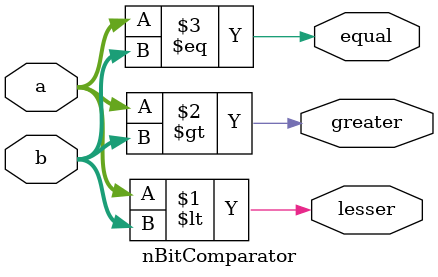
<source format=v>
`timescale 1ns/1ps

module nBitComparator(a, b, lesser, greater, equal);
  
  parameter WIDTH=2;
  
  input [WIDTH-1:0] a,b;
  output lesser, greater, equal;
  
  
  assign lesser = a<b;
  assign greater = a>b;
  assign equal = a==b;
  
endmodule

</source>
